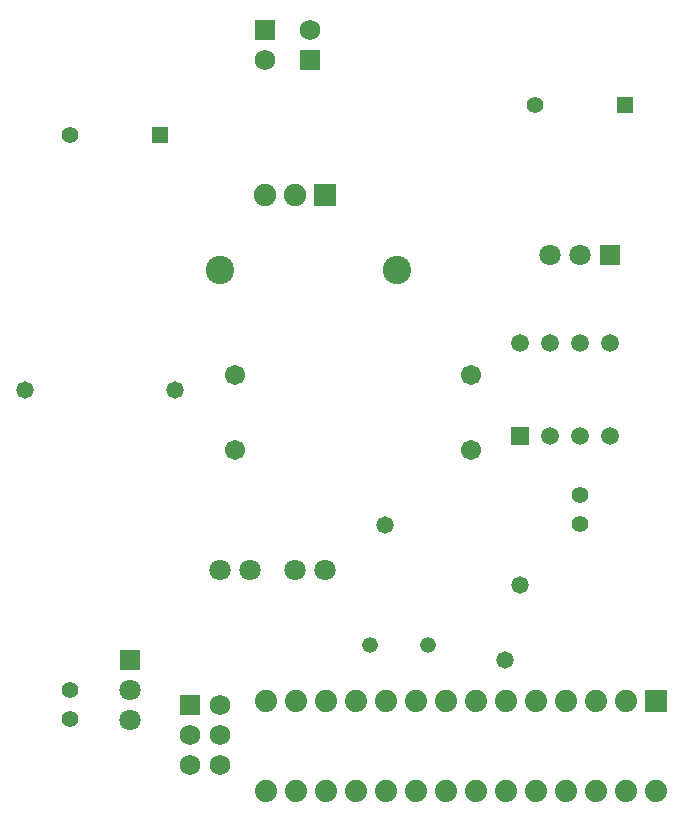
<source format=gbs>
G04*
G04 #@! TF.GenerationSoftware,Altium Limited,Altium Designer,19.1.7 (138)*
G04*
G04 Layer_Color=16711935*
%FSLAX25Y25*%
%MOIN*%
G70*
G01*
G75*
%ADD20C,0.07099*%
%ADD21R,0.07099X0.07099*%
%ADD22R,0.07099X0.07099*%
%ADD23C,0.05524*%
%ADD24R,0.07493X0.07493*%
%ADD25C,0.07493*%
%ADD26C,0.06706*%
%ADD27C,0.07099*%
%ADD28C,0.09461*%
%ADD29C,0.05249*%
%ADD30R,0.05524X0.05524*%
%ADD31C,0.05950*%
%ADD32R,0.05950X0.05950*%
%ADD33R,0.06800X0.06800*%
%ADD34C,0.06800*%
%ADD35C,0.05800*%
%ADD36C,0.07400*%
%ADD37R,0.07400X0.07400*%
D20*
X55000Y40000D02*
D03*
Y50000D02*
D03*
X195000Y195000D02*
D03*
X205000D02*
D03*
D21*
X55000Y60000D02*
D03*
D22*
X215000Y195000D02*
D03*
D23*
X35000Y50000D02*
D03*
Y40157D02*
D03*
X205000Y105157D02*
D03*
Y115000D02*
D03*
X190000Y245000D02*
D03*
X35000Y235000D02*
D03*
D24*
X120000Y215000D02*
D03*
D25*
X110000D02*
D03*
X100000D02*
D03*
D26*
X90000Y155000D02*
D03*
X168740D02*
D03*
Y130000D02*
D03*
X90000D02*
D03*
D27*
X120000Y90000D02*
D03*
X110000D02*
D03*
X95000D02*
D03*
X85000D02*
D03*
D28*
Y190000D02*
D03*
X144055D02*
D03*
D29*
X135000Y65000D02*
D03*
X154213D02*
D03*
D30*
X220000Y245000D02*
D03*
X65000Y235000D02*
D03*
D31*
X195000Y165492D02*
D03*
X205000D02*
D03*
X185000D02*
D03*
X215000D02*
D03*
Y134508D02*
D03*
X195000D02*
D03*
X205000D02*
D03*
D32*
X185000D02*
D03*
D33*
X100000Y270000D02*
D03*
X115000Y260000D02*
D03*
X75000Y45000D02*
D03*
D34*
X100000Y260000D02*
D03*
X115000Y270000D02*
D03*
X75000Y35000D02*
D03*
Y25000D02*
D03*
X85000D02*
D03*
Y35000D02*
D03*
Y45000D02*
D03*
D35*
X70000Y150000D02*
D03*
X20000D02*
D03*
X140000Y105000D02*
D03*
X185000Y85000D02*
D03*
X180000Y60000D02*
D03*
D36*
X230500Y16063D02*
D03*
X220500D02*
D03*
X210500D02*
D03*
X200500D02*
D03*
X190500D02*
D03*
X180500D02*
D03*
X170500D02*
D03*
X160500D02*
D03*
X150500D02*
D03*
X140500D02*
D03*
X130500D02*
D03*
X120500D02*
D03*
X110500D02*
D03*
X100500D02*
D03*
Y46063D02*
D03*
X110500D02*
D03*
X120500D02*
D03*
X130500D02*
D03*
X140500D02*
D03*
X150500D02*
D03*
X160500D02*
D03*
X170500D02*
D03*
X180500D02*
D03*
X190500D02*
D03*
X200500D02*
D03*
X210500D02*
D03*
X220500D02*
D03*
D37*
X230500D02*
D03*
M02*

</source>
